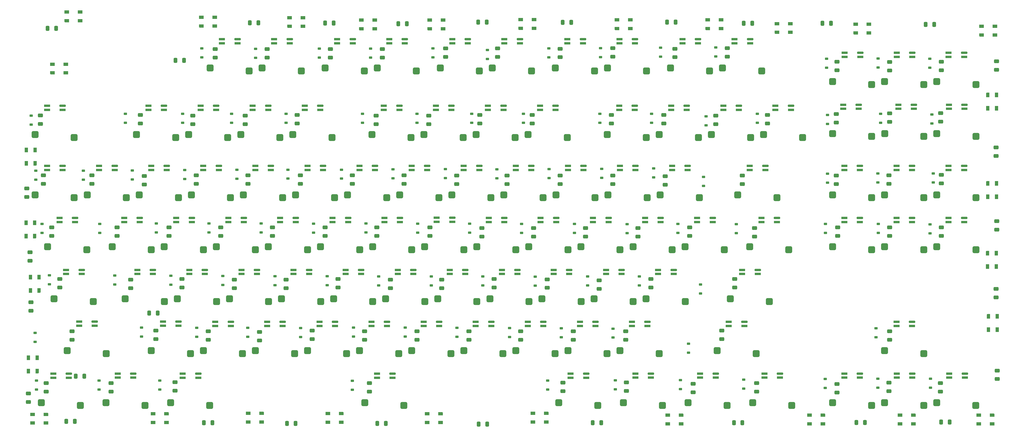
<source format=gbr>
%TF.GenerationSoftware,KiCad,Pcbnew,8.0.2-8.0.2-0~ubuntu22.04.1*%
%TF.CreationDate,2024-05-19T18:59:24-07:00*%
%TF.ProjectId,100kbd,3130306b-6264-42e6-9b69-6361645f7063,rev?*%
%TF.SameCoordinates,Original*%
%TF.FileFunction,Paste,Bot*%
%TF.FilePolarity,Positive*%
%FSLAX46Y46*%
G04 Gerber Fmt 4.6, Leading zero omitted, Abs format (unit mm)*
G04 Created by KiCad (PCBNEW 8.0.2-8.0.2-0~ubuntu22.04.1) date 2024-05-19 18:59:24*
%MOMM*%
%LPD*%
G01*
G04 APERTURE LIST*
G04 Aperture macros list*
%AMRoundRect*
0 Rectangle with rounded corners*
0 $1 Rounding radius*
0 $2 $3 $4 $5 $6 $7 $8 $9 X,Y pos of 4 corners*
0 Add a 4 corners polygon primitive as box body*
4,1,4,$2,$3,$4,$5,$6,$7,$8,$9,$2,$3,0*
0 Add four circle primitives for the rounded corners*
1,1,$1+$1,$2,$3*
1,1,$1+$1,$4,$5*
1,1,$1+$1,$6,$7*
1,1,$1+$1,$8,$9*
0 Add four rect primitives between the rounded corners*
20,1,$1+$1,$2,$3,$4,$5,0*
20,1,$1+$1,$4,$5,$6,$7,0*
20,1,$1+$1,$6,$7,$8,$9,0*
20,1,$1+$1,$8,$9,$2,$3,0*%
%AMOutline5P*
0 Free polygon, 5 corners , with rotation*
0 The origin of the aperture is its center*
0 number of corners: always 5*
0 $1 to $10 corner X, Y*
0 $11 Rotation angle, in degrees counterclockwise*
0 create outline with 5 corners*
4,1,5,$1,$2,$3,$4,$5,$6,$7,$8,$9,$10,$1,$2,$11*%
%AMOutline6P*
0 Free polygon, 6 corners , with rotation*
0 The origin of the aperture is its center*
0 number of corners: always 6*
0 $1 to $12 corner X, Y*
0 $13 Rotation angle, in degrees counterclockwise*
0 create outline with 6 corners*
4,1,6,$1,$2,$3,$4,$5,$6,$7,$8,$9,$10,$11,$12,$1,$2,$13*%
%AMOutline7P*
0 Free polygon, 7 corners , with rotation*
0 The origin of the aperture is its center*
0 number of corners: always 7*
0 $1 to $14 corner X, Y*
0 $15 Rotation angle, in degrees counterclockwise*
0 create outline with 7 corners*
4,1,7,$1,$2,$3,$4,$5,$6,$7,$8,$9,$10,$11,$12,$13,$14,$1,$2,$15*%
%AMOutline8P*
0 Free polygon, 8 corners , with rotation*
0 The origin of the aperture is its center*
0 number of corners: always 8*
0 $1 to $16 corner X, Y*
0 $17 Rotation angle, in degrees counterclockwise*
0 create outline with 8 corners*
4,1,8,$1,$2,$3,$4,$5,$6,$7,$8,$9,$10,$11,$12,$13,$14,$15,$16,$1,$2,$17*%
G04 Aperture macros list end*
%ADD10RoundRect,0.500000X-0.750000X-0.775000X0.750000X-0.775000X0.750000X0.775000X-0.750000X0.775000X0*%
%ADD11R,1.700000X1.200000*%
%ADD12Outline5P,-0.850000X0.600000X0.850000X0.600000X0.850000X-0.600000X-0.610000X-0.600000X-0.850000X-0.360000X0.000000*%
%ADD13Outline5P,-0.850000X0.600000X0.850000X0.600000X0.850000X-0.600000X-0.610000X-0.600000X-0.850000X-0.360000X180.000000*%
%ADD14R,2.300000X0.820000*%
%ADD15RoundRect,0.205000X-0.945000X-0.205000X0.945000X-0.205000X0.945000X0.205000X-0.945000X0.205000X0*%
%ADD16RoundRect,0.250000X-0.650000X0.412500X-0.650000X-0.412500X0.650000X-0.412500X0.650000X0.412500X0*%
%ADD17RoundRect,0.225000X0.375000X-0.225000X0.375000X0.225000X-0.375000X0.225000X-0.375000X-0.225000X0*%
%ADD18R,1.200000X1.700000*%
%ADD19Outline5P,-0.850000X0.600000X0.850000X0.600000X0.850000X-0.600000X-0.610000X-0.600000X-0.850000X-0.360000X90.000000*%
%ADD20RoundRect,0.250000X-0.412500X-0.650000X0.412500X-0.650000X0.412500X0.650000X-0.412500X0.650000X0*%
%ADD21RoundRect,0.250000X0.412500X0.650000X-0.412500X0.650000X-0.412500X-0.650000X0.412500X-0.650000X0*%
%ADD22RoundRect,0.250000X0.650000X-0.412500X0.650000X0.412500X-0.650000X0.412500X-0.650000X-0.412500X0*%
%ADD23Outline5P,-0.850000X0.600000X0.850000X0.600000X0.850000X-0.600000X-0.610000X-0.600000X-0.850000X-0.360000X270.000000*%
G04 APERTURE END LIST*
D10*
%TO.C,SW53*%
X-8345000Y300800000D03*
X-8345000Y300800000D03*
X-8345000Y300800000D03*
X6005000Y299750000D03*
X6005000Y299750000D03*
X6005000Y299750000D03*
%TD*%
%TO.C,SW38*%
X-81475000Y399300000D03*
X-81475000Y399300000D03*
X-67125000Y398250000D03*
X-67125000Y398250000D03*
%TD*%
%TO.C,SW17*%
X4825000Y399300000D03*
X4825000Y399300000D03*
X19175000Y398250000D03*
X19175000Y398250000D03*
%TD*%
%TO.C,SW56*%
X-15000Y339000000D03*
X-15000Y339000000D03*
X14335000Y337950000D03*
X14335000Y337950000D03*
%TD*%
%TO.C,SW22*%
X-152815000Y339000000D03*
X-152815000Y339000000D03*
X-138465000Y337950000D03*
X-138465000Y337950000D03*
%TD*%
%TO.C,SW74*%
X-81219000Y358100000D03*
X-81219000Y358100000D03*
X-66869000Y357050000D03*
X-66869000Y357050000D03*
%TD*%
%TO.C,SW10*%
X106555000Y377200000D03*
X106555000Y377200000D03*
X120905000Y376150000D03*
X120905000Y376150000D03*
%TD*%
%TO.C,SW44*%
X-66875000Y319900000D03*
X-66875000Y319900000D03*
X-52525000Y318850000D03*
X-52525000Y318850000D03*
%TD*%
%TO.C,SW21*%
X-217095000Y339000000D03*
X-217095000Y339000000D03*
X-217095000Y339000000D03*
X-202745000Y337950000D03*
X-202745000Y337950000D03*
X-202745000Y337950000D03*
%TD*%
%TO.C,SW66*%
X-23919000Y358100000D03*
X-23919000Y358100000D03*
X-9569000Y357050000D03*
X-9569000Y357050000D03*
%TD*%
%TO.C,SW90*%
X106555000Y418800000D03*
X106555000Y418800000D03*
X120905000Y417750000D03*
X120905000Y417750000D03*
%TD*%
%TO.C,SW76*%
X-4819000Y358100000D03*
X-4819000Y358100000D03*
X9531000Y357050000D03*
X9531000Y357050000D03*
%TD*%
%TO.C,SW28*%
X-100575000Y399300000D03*
X-100575000Y399300000D03*
X-86225000Y398250000D03*
X-86225000Y398250000D03*
%TD*%
%TO.C,SW41*%
X-221800000Y300800000D03*
X-221800000Y300800000D03*
X-221800000Y300800000D03*
X-207450000Y299750000D03*
X-207450000Y299750000D03*
X-207450000Y299750000D03*
%TD*%
%TO.C,SW27*%
X43025000Y399300000D03*
X43025000Y399300000D03*
X57375000Y398250000D03*
X57375000Y398250000D03*
%TD*%
%TO.C,SW87*%
X5125000Y377200000D03*
X5125000Y377200000D03*
X19475000Y376150000D03*
X19475000Y376150000D03*
%TD*%
%TO.C,SW94*%
X-90375000Y377200000D03*
X-90375000Y377200000D03*
X-76025000Y376150000D03*
X-76025000Y376150000D03*
%TD*%
%TO.C,SW6*%
X106540000Y300800000D03*
X106540000Y300800000D03*
X120890000Y299750000D03*
X120890000Y299750000D03*
%TD*%
%TO.C,SW26*%
X-9575000Y319900000D03*
X-9575000Y319900000D03*
X4775000Y318850000D03*
X4775000Y318850000D03*
%TD*%
%TO.C,SW15*%
X87445000Y300800000D03*
X87445000Y300800000D03*
X101795000Y299750000D03*
X101795000Y299750000D03*
%TD*%
%TO.C,SW83*%
X-119419000Y358100000D03*
X-119419000Y358100000D03*
X-105069000Y357050000D03*
X-105069000Y357050000D03*
%TD*%
%TO.C,SW40*%
X87460000Y399700000D03*
X87460000Y399700000D03*
X101810000Y398650000D03*
X101810000Y398650000D03*
%TD*%
%TO.C,SW52*%
X-185875000Y377200000D03*
X-185875000Y377200000D03*
X-171525000Y376150000D03*
X-171525000Y376150000D03*
%TD*%
%TO.C,SW85*%
X-71275000Y377200000D03*
X-71275000Y377200000D03*
X-56925000Y376150000D03*
X-56925000Y376150000D03*
%TD*%
%TO.C,SW36*%
X26005000Y319900000D03*
X26005000Y319900000D03*
X26005000Y319900000D03*
X40355000Y318850000D03*
X40355000Y318850000D03*
X40355000Y318850000D03*
%TD*%
%TO.C,SW12*%
X-143275000Y319900000D03*
X-143275000Y319900000D03*
X-128925000Y318850000D03*
X-128925000Y318850000D03*
%TD*%
%TO.C,SW100*%
X106565000Y399700000D03*
X106565000Y399700000D03*
X120915000Y398650000D03*
X120915000Y398650000D03*
%TD*%
%TO.C,SW25*%
X-47775000Y319900000D03*
X-47775000Y319900000D03*
X-33425000Y318850000D03*
X-33425000Y318850000D03*
%TD*%
%TO.C,SW19*%
X-140825000Y423800000D03*
X-140825000Y423800000D03*
X-126475000Y422750000D03*
X-126475000Y422750000D03*
%TD*%
%TO.C,SW70*%
X68345000Y377200000D03*
X68345000Y377200000D03*
X82695000Y376150000D03*
X82695000Y376150000D03*
%TD*%
%TO.C,SW63*%
X-105075000Y319900000D03*
X-105075000Y319900000D03*
X-90725000Y318850000D03*
X-90725000Y318850000D03*
%TD*%
%TO.C,SW3*%
X-32050000Y300800000D03*
X-32050000Y300800000D03*
X-32050000Y300800000D03*
X-17700000Y299750000D03*
X-17700000Y299750000D03*
X-17700000Y299750000D03*
%TD*%
%TO.C,SW93*%
X-128575000Y377200000D03*
X-128575000Y377200000D03*
X-114225000Y376150000D03*
X-114225000Y376150000D03*
%TD*%
%TO.C,SW29*%
X8895000Y423800000D03*
X8895000Y423800000D03*
X23245000Y422750000D03*
X23245000Y422750000D03*
%TD*%
%TO.C,SW95*%
X-52175000Y377200000D03*
X-52175000Y377200000D03*
X-37825000Y376150000D03*
X-37825000Y376150000D03*
%TD*%
%TO.C,SW49*%
X-33310518Y423800000D03*
X-33310518Y423800000D03*
X-18960518Y422750000D03*
X-18960518Y422750000D03*
%TD*%
%TO.C,SW71*%
X-198095000Y300800000D03*
X-198095000Y300800000D03*
X-198095000Y300800000D03*
X-183745000Y299750000D03*
X-183745000Y299750000D03*
X-183745000Y299750000D03*
%TD*%
%TO.C,SW14*%
X-85975000Y319900000D03*
X-85975000Y319900000D03*
X-71625000Y318850000D03*
X-71625000Y318850000D03*
%TD*%
%TO.C,SW84*%
X-109475000Y377200000D03*
X-109475000Y377200000D03*
X-95125000Y376150000D03*
X-95125000Y376150000D03*
%TD*%
%TO.C,SW45*%
X-57315000Y339000000D03*
X-57315000Y339000000D03*
X-42965000Y337950000D03*
X-42965000Y337950000D03*
%TD*%
%TO.C,SW42*%
X-166775000Y377200000D03*
X-166775000Y377200000D03*
X-152425000Y376150000D03*
X-152425000Y376150000D03*
%TD*%
%TO.C,SW72*%
X-171915000Y339000000D03*
X-171915000Y339000000D03*
X-157565000Y337950000D03*
X-157565000Y337950000D03*
%TD*%
%TO.C,SW24*%
X-95515000Y339000000D03*
X-95515000Y339000000D03*
X-81165000Y337950000D03*
X-81165000Y337950000D03*
%TD*%
%TO.C,SW20*%
X106555000Y358100000D03*
X106555000Y358100000D03*
X120905000Y357050000D03*
X120905000Y357050000D03*
%TD*%
%TO.C,SW13*%
X-124175000Y319900000D03*
X-124175000Y319900000D03*
X-109825000Y318850000D03*
X-109825000Y318850000D03*
%TD*%
%TO.C,SW55*%
X-38215000Y339000000D03*
X-38215000Y339000000D03*
X-23865000Y337950000D03*
X-23865000Y337950000D03*
%TD*%
%TO.C,SW98*%
X-129575000Y399300000D03*
X-129575000Y399300000D03*
X-115225000Y398250000D03*
X-115225000Y398250000D03*
%TD*%
%TO.C,SW39*%
X27995000Y423800000D03*
X27995000Y423800000D03*
X42345000Y422750000D03*
X42345000Y422750000D03*
%TD*%
%TO.C,SW11*%
X-219497000Y358100000D03*
X-219497000Y358100000D03*
X-219497000Y358100000D03*
X-205147000Y357050000D03*
X-205147000Y357050000D03*
X-205147000Y357050000D03*
%TD*%
%TO.C,SW31*%
X-212325000Y319900000D03*
X-212325000Y319900000D03*
X-212325000Y319900000D03*
X-197975000Y318850000D03*
X-197975000Y318850000D03*
X-197975000Y318850000D03*
%TD*%
%TO.C,SW73*%
X-114615000Y339000000D03*
X-114615000Y339000000D03*
X-100265000Y337950000D03*
X-100265000Y337950000D03*
%TD*%
%TO.C,SW35*%
X-28675000Y319900000D03*
X-28675000Y319900000D03*
X-14325000Y318850000D03*
X-14325000Y318850000D03*
%TD*%
%TO.C,SW62*%
X-176719000Y358100000D03*
X-176719000Y358100000D03*
X-162369000Y357050000D03*
X-162369000Y357050000D03*
%TD*%
%TO.C,SW79*%
X-56415000Y423800000D03*
X-56415000Y423800000D03*
X-42065000Y422750000D03*
X-42065000Y422750000D03*
%TD*%
%TO.C,SW60*%
X87450000Y358100000D03*
X87450000Y358100000D03*
X101800000Y357050000D03*
X101800000Y357050000D03*
%TD*%
%TO.C,SW91*%
X-191015000Y339000000D03*
X-191015000Y339000000D03*
X-176665000Y337950000D03*
X-176665000Y337950000D03*
%TD*%
%TO.C,SW68*%
X-186875000Y399300000D03*
X-186875000Y399300000D03*
X-172525000Y398250000D03*
X-172525000Y398250000D03*
%TD*%
%TO.C,SW61*%
X-204975000Y377200000D03*
X-204975000Y377200000D03*
X-190625000Y376150000D03*
X-190625000Y376150000D03*
%TD*%
%TO.C,SW67*%
X14281000Y358100000D03*
X14281000Y358100000D03*
X28631000Y357050000D03*
X28631000Y357050000D03*
%TD*%
%TO.C,SW75*%
X-43019000Y358100000D03*
X-43019000Y358100000D03*
X-28669000Y357050000D03*
X-28669000Y357050000D03*
%TD*%
%TO.C,SW96*%
X-13975000Y377200000D03*
X-13975000Y377200000D03*
X375000Y376150000D03*
X375000Y376150000D03*
%TD*%
%TO.C,SW80*%
X87450000Y377200000D03*
X87450000Y377200000D03*
X101800000Y376150000D03*
X101800000Y376150000D03*
%TD*%
%TO.C,SW89*%
X-117715000Y423800000D03*
X-117715000Y423800000D03*
X-103365000Y422750000D03*
X-103365000Y422750000D03*
%TD*%
%TO.C,SW92*%
X-174390000Y300800000D03*
X-174390000Y300800000D03*
X-174390000Y300800000D03*
X-160040000Y299750000D03*
X-160040000Y299750000D03*
X-160040000Y299750000D03*
%TD*%
%TO.C,SW59*%
X-14210518Y423800000D03*
X-14210518Y423800000D03*
X139482Y422750000D03*
X139482Y422750000D03*
%TD*%
%TO.C,SW58*%
X-43275000Y399300000D03*
X-43275000Y399300000D03*
X-28925000Y398250000D03*
X-28925000Y398250000D03*
%TD*%
%TO.C,SW50*%
X68345000Y358100000D03*
X68345000Y358100000D03*
X82695000Y357050000D03*
X82695000Y357050000D03*
%TD*%
%TO.C,SW43*%
X-147675000Y377200000D03*
X-147675000Y377200000D03*
X-133325000Y376150000D03*
X-133325000Y376150000D03*
%TD*%
%TO.C,SW51*%
X-195819000Y358100000D03*
X-195819000Y358100000D03*
X-181469000Y357050000D03*
X-181469000Y357050000D03*
%TD*%
%TO.C,SW82*%
X-162375000Y319900000D03*
X-162375000Y319900000D03*
X-148025000Y318850000D03*
X-148025000Y318850000D03*
%TD*%
%TO.C,SW57*%
X23925000Y399300000D03*
X23925000Y399300000D03*
X38275000Y398250000D03*
X38275000Y398250000D03*
%TD*%
%TO.C,SW86*%
X-33075000Y377200000D03*
X-33075000Y377200000D03*
X-18725000Y376150000D03*
X-18725000Y376150000D03*
%TD*%
%TO.C,SW18*%
X-14275000Y399300000D03*
X-14275000Y399300000D03*
X75000Y398250000D03*
X75000Y398250000D03*
%TD*%
%TO.C,SW47*%
X30835000Y339000000D03*
X30835000Y339000000D03*
X30835000Y339000000D03*
X45185000Y337950000D03*
X45185000Y337950000D03*
X45185000Y337950000D03*
%TD*%
%TO.C,SW99*%
X-98615000Y423800000D03*
X-98615000Y423800000D03*
X-84265000Y422750000D03*
X-84265000Y422750000D03*
%TD*%
%TO.C,SW88*%
X-148675000Y399300000D03*
X-148675000Y399300000D03*
X-134325000Y398250000D03*
X-134325000Y398250000D03*
%TD*%
%TO.C,SW5*%
X68345000Y300800000D03*
X68345000Y300800000D03*
X82695000Y299750000D03*
X82695000Y299750000D03*
%TD*%
%TO.C,SW34*%
X39065000Y300800000D03*
X39065000Y300800000D03*
X39065000Y300800000D03*
X53415000Y299750000D03*
X53415000Y299750000D03*
X53415000Y299750000D03*
%TD*%
%TO.C,SW78*%
X-167775000Y399300000D03*
X-167775000Y399300000D03*
X-153425000Y398250000D03*
X-153425000Y398250000D03*
%TD*%
%TO.C,SW1*%
X-224075000Y377200000D03*
X-224075000Y377200000D03*
X-209725000Y376150000D03*
X-209725000Y376150000D03*
%TD*%
%TO.C,SW48*%
X-62375000Y399300000D03*
X-62375000Y399300000D03*
X-48025000Y398250000D03*
X-48025000Y398250000D03*
%TD*%
%TO.C,SW9*%
X-159925000Y423800000D03*
X-159925000Y423800000D03*
X-145575000Y422750000D03*
X-145575000Y422750000D03*
%TD*%
%TO.C,SW7*%
X87455000Y418800000D03*
X87455000Y418800000D03*
X101805000Y417750000D03*
X101805000Y417750000D03*
%TD*%
%TO.C,SW8*%
X-224075000Y399300000D03*
X-224075000Y399300000D03*
X-209725000Y398250000D03*
X-209725000Y398250000D03*
%TD*%
%TO.C,SW16*%
X87445000Y319900000D03*
X87445000Y319900000D03*
X101795000Y318850000D03*
X101795000Y318850000D03*
%TD*%
%TO.C,SW65*%
X-62119000Y358100000D03*
X-62119000Y358100000D03*
X-47769000Y357050000D03*
X-47769000Y357050000D03*
%TD*%
%TO.C,SW97*%
X33595000Y377200001D03*
X33595000Y377200001D03*
X33595000Y377200000D03*
X47945000Y376150001D03*
X47945000Y376150001D03*
X47945000Y376150000D03*
%TD*%
%TO.C,SW37*%
X68355000Y418800000D03*
X68355000Y418800000D03*
X82705000Y417750000D03*
X82705000Y417750000D03*
%TD*%
%TO.C,SW23*%
X-133715000Y339000000D03*
X-133715000Y339000000D03*
X-119365000Y337950000D03*
X-119365000Y337950000D03*
%TD*%
%TO.C,SW33*%
X-138519000Y358100000D03*
X-138519000Y358100000D03*
X-124169000Y357050000D03*
X-124169000Y357050000D03*
%TD*%
%TO.C,SW64*%
X-100319000Y358100000D03*
X-100319000Y358100000D03*
X-85969000Y357050000D03*
X-85969000Y357050000D03*
%TD*%
%TO.C,SW81*%
X-181475000Y319900000D03*
X-181475000Y319900000D03*
X-167125000Y318850000D03*
X-167125000Y318850000D03*
%TD*%
%TO.C,SW54*%
X-76415000Y339000000D03*
X-76415000Y339000000D03*
X-62065000Y337950000D03*
X-62065000Y337950000D03*
%TD*%
%TO.C,SW46*%
X-19115000Y339000000D03*
X-19115000Y339000000D03*
X-4765000Y337950000D03*
X-4765000Y337950000D03*
%TD*%
%TO.C,SW4*%
X15360000Y300800000D03*
X15360000Y300800000D03*
X15360000Y300800000D03*
X29710000Y299750000D03*
X29710000Y299750000D03*
X29710000Y299750000D03*
%TD*%
%TO.C,SW69*%
X-75510518Y423800000D03*
X-75510518Y423800000D03*
X-61160518Y422750000D03*
X-61160518Y422750000D03*
%TD*%
%TO.C,SW77*%
X37959000Y358100000D03*
X37959000Y358100000D03*
X37959000Y358100000D03*
X52309000Y357050000D03*
X52309000Y357050000D03*
X52309000Y357050000D03*
%TD*%
%TO.C,SW32*%
X-157619000Y358100000D03*
X-157619000Y358100000D03*
X-143269000Y357050000D03*
X-143269000Y357050000D03*
%TD*%
%TO.C,SW30*%
X68355000Y399700000D03*
X68355000Y399700000D03*
X82705000Y398650000D03*
X82705000Y398650000D03*
%TD*%
D11*
%TO.C,D224*%
X-5800000Y441500000D03*
X-5800000Y438300000D03*
D12*
X-10700000Y438300000D03*
D11*
X-10700000Y441500000D03*
%TD*%
%TO.C,D215*%
X122000000Y293000000D03*
X122000000Y296200000D03*
D13*
X126900000Y296200000D03*
D11*
X126900000Y293000000D03*
%TD*%
D14*
%TO.C,D143*%
X-115000000Y367200000D03*
X-115000000Y368700000D03*
D15*
X-109300000Y368700000D03*
D14*
X-109300000Y367200000D03*
%TD*%
%TO.C,D104*%
X43400000Y310000000D03*
X43400000Y311500000D03*
D15*
X49100000Y311500000D03*
D14*
X49100000Y310000000D03*
%TD*%
D16*
%TO.C,C87*%
X-139000000Y430750000D03*
X-139000000Y427625000D03*
%TD*%
%TO.C,C110*%
X-225600000Y337725000D03*
X-225600000Y334600000D03*
%TD*%
%TO.C,C58*%
X35250000Y384250000D03*
X35250000Y381125000D03*
%TD*%
%TO.C,C42*%
X-22250000Y365000000D03*
X-22250000Y361875000D03*
%TD*%
D17*
%TO.C,D18*%
X-17000000Y403700000D03*
X-17000000Y407000000D03*
%TD*%
%TO.C,D63*%
X-107290000Y325110000D03*
X-107290000Y328410000D03*
%TD*%
D14*
%TO.C,D183*%
X-125200000Y408400000D03*
X-125200000Y409900000D03*
D15*
X-119500000Y409900000D03*
D14*
X-119500000Y408400000D03*
%TD*%
D16*
%TO.C,C28*%
X108250000Y365250000D03*
X108250000Y362125000D03*
%TD*%
%TO.C,C9*%
X-65000000Y327000000D03*
X-65000000Y323875000D03*
%TD*%
D17*
%TO.C,D81*%
X-185050000Y325070000D03*
X-185050000Y328370000D03*
%TD*%
D14*
%TO.C,D147*%
X-38700000Y367200000D03*
X-38700000Y368700000D03*
D15*
X-33000000Y368700000D03*
D14*
X-33000000Y367200000D03*
%TD*%
D18*
%TO.C,D202*%
X-227300000Y393700000D03*
X-224100000Y393700000D03*
D19*
X-224100000Y388800000D03*
D18*
X-227300000Y388800000D03*
%TD*%
D16*
%TO.C,C60*%
X89000000Y384375000D03*
X89000000Y381250000D03*
%TD*%
D17*
%TO.C,D23*%
X-136090000Y343990000D03*
X-136090000Y347290000D03*
%TD*%
%TO.C,D64*%
X-102740000Y363360000D03*
X-102740000Y366660000D03*
%TD*%
D20*
%TO.C,C101*%
X-61400000Y292900000D03*
X-58275000Y292900000D03*
%TD*%
D16*
%TO.C,C29*%
X89250000Y365250000D03*
X89250000Y362125000D03*
%TD*%
%TO.C,C67*%
X-99000000Y406250000D03*
X-99000000Y403125000D03*
%TD*%
D14*
%TO.C,D161*%
X-28700000Y386300000D03*
X-28700000Y387800000D03*
D15*
X-23000000Y387800000D03*
D14*
X-23000000Y386300000D03*
%TD*%
D17*
%TO.C,D17*%
X2000000Y403700000D03*
X2000000Y407000000D03*
%TD*%
D16*
%TO.C,C88*%
X-158000000Y430750000D03*
X-158000000Y427625000D03*
%TD*%
D14*
%TO.C,D135*%
X-167500000Y348100000D03*
X-167500000Y349600000D03*
D15*
X-161800000Y349600000D03*
D14*
X-161800000Y348100000D03*
%TD*%
D18*
%TO.C,D203*%
X-227400000Y366900000D03*
X-224200000Y366900000D03*
D19*
X-224200000Y362000000D03*
D18*
X-227400000Y362000000D03*
%TD*%
D14*
%TO.C,D171*%
X-219700000Y386300000D03*
X-219700000Y387800000D03*
D15*
X-214000000Y387800000D03*
D14*
X-214000000Y386300000D03*
%TD*%
%TO.C,D103*%
X72650000Y310000000D03*
X72650000Y311500000D03*
D15*
X78350000Y311500000D03*
D14*
X78350000Y310000000D03*
%TD*%
%TO.C,D118*%
X-81600000Y329000000D03*
X-81600000Y330500000D03*
D15*
X-75900000Y330500000D03*
D14*
X-75900000Y329000000D03*
%TD*%
D17*
%TO.C,D90*%
X103980000Y423890000D03*
X103980000Y427190000D03*
%TD*%
D14*
%TO.C,D127*%
X-14700000Y348100000D03*
X-14700000Y349600000D03*
D15*
X-9000000Y349600000D03*
D14*
X-9000000Y348100000D03*
%TD*%
D21*
%TO.C,C96*%
X38900000Y440200000D03*
X35775000Y440200000D03*
%TD*%
D17*
%TO.C,D62*%
X-179590000Y363340000D03*
X-179590000Y366640000D03*
%TD*%
D14*
%TO.C,D121*%
X-24300000Y329000000D03*
X-24300000Y330500000D03*
D15*
X-18600000Y330500000D03*
D14*
X-18600000Y329000000D03*
%TD*%
D17*
%TO.C,D8*%
X-225500000Y402950000D03*
X-225500000Y406250000D03*
%TD*%
%TO.C,D28*%
X-104000000Y403700000D03*
X-104000000Y407000000D03*
%TD*%
D16*
%TO.C,C19*%
X-132000000Y346000000D03*
X-132000000Y342875000D03*
%TD*%
%TO.C,C76*%
X89250000Y407125000D03*
X89250000Y404000000D03*
%TD*%
D14*
%TO.C,D156*%
X91800000Y386300000D03*
X91800000Y387800000D03*
D15*
X97500000Y387800000D03*
D14*
X97500000Y386300000D03*
%TD*%
%TO.C,D117*%
X-100700000Y329000000D03*
X-100700000Y330500000D03*
D15*
X-95000000Y330500000D03*
D14*
X-95000000Y329000000D03*
%TD*%
D17*
%TO.C,D7*%
X85030000Y423990000D03*
X85030000Y427290000D03*
%TD*%
D16*
%TO.C,C105*%
X-179750000Y327250000D03*
X-179750000Y324125000D03*
%TD*%
%TO.C,C61*%
X108250000Y384500000D03*
X108250000Y381375000D03*
%TD*%
%TO.C,C75*%
X69750000Y406875000D03*
X69750000Y403750000D03*
%TD*%
%TO.C,C21*%
X-93750000Y346000000D03*
X-93750000Y342875000D03*
%TD*%
%TO.C,C59*%
X69750000Y384250000D03*
X69750000Y381125000D03*
%TD*%
D17*
%TO.C,D46*%
X-21470000Y343850000D03*
X-21470000Y347150000D03*
%TD*%
D14*
%TO.C,D150*%
X18700000Y367200000D03*
X18700000Y368700000D03*
D15*
X24400000Y368700000D03*
D14*
X24400000Y367200000D03*
%TD*%
D16*
%TO.C,C31*%
X-221000000Y384375000D03*
X-221000000Y381250000D03*
%TD*%
D14*
%TO.C,D158*%
X38000000Y386300000D03*
X38000000Y387800000D03*
D15*
X43700000Y387800000D03*
D14*
X43700000Y386300000D03*
%TD*%
D17*
%TO.C,D32*%
X-160300000Y363380000D03*
X-160300000Y366680000D03*
%TD*%
D16*
%TO.C,C43*%
X-3000000Y365000000D03*
X-3000000Y361875000D03*
%TD*%
%TO.C,C82*%
X-31500000Y430875000D03*
X-31500000Y427750000D03*
%TD*%
D17*
%TO.C,D75*%
X-45700000Y363220000D03*
X-45700000Y366520000D03*
%TD*%
D16*
%TO.C,C109*%
X-226500000Y304200000D03*
X-226500000Y301075000D03*
%TD*%
%TO.C,C57*%
X7000000Y384000000D03*
X7000000Y380875000D03*
%TD*%
D11*
%TO.C,D221*%
X81700000Y439900000D03*
X81700000Y436700000D03*
D12*
X76800000Y436700000D03*
D11*
X76800000Y439900000D03*
%TD*%
D16*
%TO.C,C106*%
X-141750000Y326750000D03*
X-141750000Y323625000D03*
%TD*%
D17*
%TO.C,D84*%
X-111690000Y383130000D03*
X-111690000Y386430000D03*
%TD*%
D22*
%TO.C,C114*%
X128500000Y423175000D03*
X128500000Y426300000D03*
%TD*%
D14*
%TO.C,D125*%
X35200000Y348100000D03*
X35200000Y349600000D03*
D15*
X40900000Y349600000D03*
D14*
X40900000Y348100000D03*
%TD*%
D11*
%TO.C,D222*%
X52900000Y440100000D03*
X52900000Y436900000D03*
D12*
X48000000Y436900000D03*
D11*
X48000000Y440100000D03*
%TD*%
D14*
%TO.C,D184*%
X-144300000Y408400000D03*
X-144300000Y409900000D03*
D15*
X-138600000Y409900000D03*
D14*
X-138600000Y408400000D03*
%TD*%
%TO.C,D149*%
X-400000Y367200000D03*
X-400000Y368700000D03*
D15*
X5300000Y368700000D03*
D14*
X5300000Y367200000D03*
%TD*%
D17*
%TO.C,D34*%
X35750000Y305920000D03*
X35750000Y309220000D03*
%TD*%
D16*
%TO.C,C30*%
X70250000Y365250000D03*
X70250000Y362125000D03*
%TD*%
D17*
%TO.C,D55*%
X-40700000Y343770000D03*
X-40700000Y347070000D03*
%TD*%
D16*
%TO.C,C15*%
X-215000000Y346250000D03*
X-215000000Y343125000D03*
%TD*%
%TO.C,C12*%
X-7500000Y327000000D03*
X-7500000Y323875000D03*
%TD*%
%TO.C,C90*%
X-227100000Y379525000D03*
X-227100000Y376400000D03*
%TD*%
%TO.C,C85*%
X-96750000Y430750000D03*
X-96750000Y427625000D03*
%TD*%
D14*
%TO.C,D113*%
X-177200000Y329100000D03*
X-177200000Y330600000D03*
D15*
X-171500000Y330600000D03*
D14*
X-171500000Y329100000D03*
%TD*%
%TO.C,D163*%
X-66900000Y386300000D03*
X-66900000Y387800000D03*
D15*
X-61200000Y387800000D03*
D14*
X-61200000Y386300000D03*
%TD*%
D20*
%TO.C,C99*%
X77075000Y293500000D03*
X80200000Y293500000D03*
%TD*%
D14*
%TO.C,D170*%
X-200600000Y386300000D03*
X-200600000Y387800000D03*
D15*
X-194900000Y387800000D03*
D14*
X-194900000Y386300000D03*
%TD*%
D17*
%TO.C,D79*%
X-58200000Y427100000D03*
X-58200000Y430400000D03*
%TD*%
%TO.C,D12*%
X-146080000Y325030000D03*
X-146080000Y328330000D03*
%TD*%
D22*
%TO.C,C113*%
X128300000Y391500000D03*
X128300000Y394625000D03*
%TD*%
D18*
%TO.C,D204*%
X-225800000Y346900000D03*
X-222600000Y346900000D03*
D19*
X-222600000Y342000000D03*
D18*
X-225800000Y342000000D03*
%TD*%
D16*
%TO.C,C17*%
X-170250000Y346250000D03*
X-170250000Y343125000D03*
%TD*%
D14*
%TO.C,D192*%
X13320000Y432900000D03*
X13320000Y434400000D03*
D15*
X19020000Y434400000D03*
D14*
X19020000Y432900000D03*
%TD*%
D11*
%TO.C,D230*%
X-207600000Y444400000D03*
X-207600000Y441200000D03*
D12*
X-212500000Y441200000D03*
D11*
X-212500000Y444400000D03*
%TD*%
D17*
%TO.C,D26*%
X-12170000Y324710000D03*
X-12170000Y328010000D03*
%TD*%
D11*
%TO.C,D201*%
X-212800000Y425200000D03*
X-212800000Y422000000D03*
D12*
X-217700000Y422000000D03*
D11*
X-217700000Y425200000D03*
%TD*%
D17*
%TO.C,D61*%
X-206400000Y382740000D03*
X-206400000Y386040000D03*
%TD*%
D14*
%TO.C,D136*%
X-186600000Y348100000D03*
X-186600000Y349600000D03*
D15*
X-180900000Y349600000D03*
D14*
X-180900000Y348100000D03*
%TD*%
D11*
%TO.C,D227*%
X-99500000Y441400000D03*
X-99500000Y438200000D03*
D12*
X-104400000Y438200000D03*
D11*
X-104400000Y441400000D03*
%TD*%
D14*
%TO.C,D132*%
X-110200000Y348100000D03*
X-110200000Y349600000D03*
D15*
X-104500000Y349600000D03*
D14*
X-104500000Y348100000D03*
%TD*%
%TO.C,D177*%
X9200000Y408400000D03*
X9200000Y409900000D03*
D15*
X14900000Y409900000D03*
D14*
X14900000Y408400000D03*
%TD*%
D16*
%TO.C,C22*%
X-75000000Y346000000D03*
X-75000000Y342875000D03*
%TD*%
%TO.C,C81*%
X10500000Y430875000D03*
X10500000Y427750000D03*
%TD*%
D14*
%TO.C,D126*%
X4400000Y348100000D03*
X4400000Y349600000D03*
D15*
X10100000Y349600000D03*
D14*
X10100000Y348100000D03*
%TD*%
D17*
%TO.C,D80*%
X85000000Y381700000D03*
X85000000Y385000000D03*
%TD*%
D14*
%TO.C,D144*%
X-96000000Y367200000D03*
X-96000000Y368700000D03*
D15*
X-90300000Y368700000D03*
D14*
X-90300000Y367200000D03*
%TD*%
%TO.C,D129*%
X-52900000Y348100000D03*
X-52900000Y349600000D03*
D15*
X-47200000Y349600000D03*
D14*
X-47200000Y348100000D03*
%TD*%
D17*
%TO.C,D65*%
X-64690000Y363270000D03*
X-64690000Y366570000D03*
%TD*%
D16*
%TO.C,C26*%
X1750000Y346250000D03*
X1750000Y343125000D03*
%TD*%
%TO.C,C125*%
X-101500000Y308000000D03*
X-101500000Y304875000D03*
%TD*%
D14*
%TO.C,D131*%
X-91100000Y348100000D03*
X-91100000Y349600000D03*
D15*
X-85400000Y349600000D03*
D14*
X-85400000Y348100000D03*
%TD*%
D17*
%TO.C,D36*%
X15500000Y319200000D03*
X15500000Y322500000D03*
%TD*%
D16*
%TO.C,C70*%
X-41750000Y406500000D03*
X-41750000Y403375000D03*
%TD*%
%TO.C,C7*%
X-103250000Y327000000D03*
X-103250000Y323875000D03*
%TD*%
%TO.C,C71*%
X-12750000Y406500000D03*
X-12750000Y403375000D03*
%TD*%
D17*
%TO.C,D40*%
X85990000Y403630000D03*
X85990000Y406930000D03*
%TD*%
%TO.C,D19*%
X-143240000Y427570000D03*
X-143240000Y430870000D03*
%TD*%
%TO.C,D38*%
X-84000000Y403700000D03*
X-84000000Y407000000D03*
%TD*%
D16*
%TO.C,C128*%
X-210500000Y327000000D03*
X-210500000Y323875000D03*
%TD*%
%TO.C,C84*%
X-73500000Y431000000D03*
X-73500000Y427875000D03*
%TD*%
%TO.C,C63*%
X-185500000Y406500000D03*
X-185500000Y403375000D03*
%TD*%
%TO.C,C5*%
X-7200000Y308200000D03*
X-7200000Y305075000D03*
%TD*%
D14*
%TO.C,D174*%
X72250000Y408800000D03*
X72250000Y410300000D03*
D15*
X77950000Y410300000D03*
D14*
X77950000Y408800000D03*
%TD*%
D16*
%TO.C,C83*%
X-54500000Y431000000D03*
X-54500000Y427875000D03*
%TD*%
D21*
%TO.C,C130*%
X-206075000Y310500000D03*
X-209200000Y310500000D03*
%TD*%
D14*
%TO.C,D106*%
X-3950000Y310000000D03*
X-3950000Y311500000D03*
D15*
X1750000Y311500000D03*
D14*
X1750000Y310000000D03*
%TD*%
D17*
%TO.C,D37*%
X66140000Y423890000D03*
X66140000Y427190000D03*
%TD*%
%TO.C,D59*%
X-16725518Y427760000D03*
X-16725518Y431060000D03*
%TD*%
D16*
%TO.C,C47*%
X-184000000Y384125000D03*
X-184000000Y381000000D03*
%TD*%
D14*
%TO.C,D176*%
X28300000Y408400000D03*
X28300000Y409900000D03*
D15*
X34000000Y409900000D03*
D14*
X34000000Y408400000D03*
%TD*%
D17*
%TO.C,D24*%
X-98050000Y343880000D03*
X-98050000Y347180000D03*
%TD*%
D11*
%TO.C,D214*%
X93100000Y293000000D03*
X93100000Y296200000D03*
D13*
X98000000Y296200000D03*
D11*
X98000000Y293000000D03*
%TD*%
D14*
%TO.C,D119*%
X-62500000Y329000000D03*
X-62500000Y330500000D03*
D15*
X-56800000Y330500000D03*
D14*
X-56800000Y329000000D03*
%TD*%
%TO.C,D199*%
X-136400000Y432900000D03*
X-136400000Y434400000D03*
D15*
X-130700000Y434400000D03*
D14*
X-130700000Y432900000D03*
%TD*%
%TO.C,D197*%
X-94190000Y432900000D03*
X-94190000Y434400000D03*
D15*
X-88490000Y434400000D03*
D14*
X-88490000Y432900000D03*
%TD*%
%TO.C,D145*%
X-76800000Y367250000D03*
X-76800000Y368750000D03*
D15*
X-71100000Y368750000D03*
D14*
X-71100000Y367250000D03*
%TD*%
%TO.C,D114*%
X-158000000Y329000000D03*
X-158000000Y330500000D03*
D15*
X-152300000Y330500000D03*
D14*
X-152300000Y329000000D03*
%TD*%
%TO.C,D193*%
X-9785518Y432900000D03*
X-9785518Y434400000D03*
D15*
X-4085518Y434400000D03*
D14*
X-4085518Y432900000D03*
%TD*%
D17*
%TO.C,D87*%
X2780000Y383590000D03*
X2780000Y386890000D03*
%TD*%
%TO.C,D99*%
X-101030000Y427620000D03*
X-101030000Y430920000D03*
%TD*%
%TO.C,D100*%
X104790000Y403400000D03*
X104790000Y406700000D03*
%TD*%
D14*
%TO.C,D151*%
X42300000Y367200000D03*
X42300000Y368700000D03*
D15*
X48000000Y368700000D03*
D14*
X48000000Y367200000D03*
%TD*%
%TO.C,D120*%
X-43400000Y329000000D03*
X-43400000Y330500000D03*
D15*
X-37700000Y330500000D03*
D14*
X-37700000Y329000000D03*
%TD*%
D11*
%TO.C,D212*%
X7900000Y293000000D03*
X7900000Y296200000D03*
D13*
X12800000Y296200000D03*
D11*
X12800000Y293000000D03*
%TD*%
D16*
%TO.C,C16*%
X-189000000Y346000000D03*
X-189000000Y342875000D03*
%TD*%
D17*
%TO.C,D78*%
X-170000000Y403700000D03*
X-170000000Y407000000D03*
%TD*%
D14*
%TO.C,D185*%
X-163400000Y408400000D03*
X-163400000Y409900000D03*
D15*
X-157700000Y409900000D03*
D14*
X-157700000Y408400000D03*
%TD*%
D16*
%TO.C,C35*%
X-156000000Y365250000D03*
X-156000000Y362125000D03*
%TD*%
D22*
%TO.C,C126*%
X128700000Y309475000D03*
X128700000Y312600000D03*
%TD*%
D14*
%TO.C,D108*%
X-98709764Y309973913D03*
X-98709764Y311473913D03*
D15*
X-93009764Y311473913D03*
D14*
X-93009764Y309973913D03*
%TD*%
D21*
%TO.C,C95*%
X67800000Y440200000D03*
X64675000Y440200000D03*
%TD*%
D17*
%TO.C,D72*%
X-174250000Y344130000D03*
X-174250000Y347430000D03*
%TD*%
D11*
%TO.C,D208*%
X-145900000Y293700000D03*
X-145900000Y296900000D03*
D13*
X-141000000Y296900000D03*
D11*
X-141000000Y293700000D03*
%TD*%
D17*
%TO.C,D39*%
X25540000Y428070000D03*
X25540000Y431370000D03*
%TD*%
D16*
%TO.C,C53*%
X-69500000Y384250000D03*
X-69500000Y381125000D03*
%TD*%
D20*
%TO.C,C131*%
X-172600000Y426600000D03*
X-169475000Y426600000D03*
%TD*%
D17*
%TO.C,D22*%
X-155240000Y344050000D03*
X-155240000Y347350000D03*
%TD*%
D16*
%TO.C,C52*%
X-88750000Y384375000D03*
X-88750000Y381250000D03*
%TD*%
D17*
%TO.C,D56*%
X-2510000Y343910000D03*
X-2510000Y347210000D03*
%TD*%
%TO.C,D35*%
X-31130000Y324830000D03*
X-31130000Y328130000D03*
%TD*%
D14*
%TO.C,D164*%
X-86000000Y386300000D03*
X-86000000Y387800000D03*
D15*
X-80300000Y387800000D03*
D14*
X-80300000Y386300000D03*
%TD*%
D16*
%TO.C,C20*%
X-113000000Y346250000D03*
X-113000000Y343125000D03*
%TD*%
%TO.C,C38*%
X-98750000Y365250000D03*
X-98750000Y362125000D03*
%TD*%
%TO.C,C1*%
X89000000Y308125000D03*
X89000000Y305000000D03*
%TD*%
D11*
%TO.C,D229*%
X-158200000Y442400000D03*
X-158200000Y439200000D03*
D12*
X-163100000Y439200000D03*
D11*
X-163100000Y442400000D03*
%TD*%
D16*
%TO.C,C74*%
X44500000Y406500000D03*
X44500000Y403375000D03*
%TD*%
D14*
%TO.C,D155*%
X110900000Y386300000D03*
X110900000Y387800000D03*
D15*
X116600000Y387800000D03*
D14*
X116600000Y386300000D03*
%TD*%
D17*
%TO.C,D82*%
X-164800000Y325030000D03*
X-164800000Y328330000D03*
%TD*%
D14*
%TO.C,D146*%
X-57700000Y367200000D03*
X-57700000Y368700000D03*
D15*
X-52000000Y368700000D03*
D14*
X-52000000Y367200000D03*
%TD*%
D11*
%TO.C,D206*%
X-225000000Y293300000D03*
X-225000000Y296500000D03*
D13*
X-220100000Y296500000D03*
D11*
X-220100000Y293300000D03*
%TD*%
D16*
%TO.C,C14*%
X89250000Y327000000D03*
X89250000Y323875000D03*
%TD*%
D20*
%TO.C,C123*%
X-162200000Y293400000D03*
X-159075000Y293400000D03*
%TD*%
D14*
%TO.C,D141*%
X-153200000Y367200000D03*
X-153200000Y368700000D03*
D15*
X-147500000Y368700000D03*
D14*
X-147500000Y367200000D03*
%TD*%
D17*
%TO.C,D31*%
X-224110000Y323120000D03*
X-224110000Y326420000D03*
%TD*%
D14*
%TO.C,D173*%
X92500000Y408800000D03*
X92500000Y410300000D03*
D15*
X98200000Y410300000D03*
D14*
X98200000Y408800000D03*
%TD*%
D17*
%TO.C,D67*%
X11660000Y363180000D03*
X11660000Y366480000D03*
%TD*%
%TO.C,D49*%
X-35725518Y427670000D03*
X-35725518Y430970000D03*
%TD*%
D14*
%TO.C,D189*%
X91900000Y427900000D03*
X91900000Y429400000D03*
D15*
X97600000Y429400000D03*
D14*
X97600000Y427900000D03*
%TD*%
%TO.C,D188*%
X110900000Y427901692D03*
X110900000Y429401692D03*
D15*
X116600000Y429401692D03*
D14*
X116600000Y427901692D03*
%TD*%
D16*
%TO.C,C89*%
X-225900000Y356100000D03*
X-225900000Y352975000D03*
%TD*%
D14*
%TO.C,D130*%
X-72000000Y348100000D03*
X-72000000Y349600000D03*
D15*
X-66300000Y349600000D03*
D14*
X-66300000Y348100000D03*
%TD*%
D17*
%TO.C,D43*%
X-150050000Y383070000D03*
X-150050000Y386370000D03*
%TD*%
%TO.C,D15*%
X84980000Y306300000D03*
X84980000Y309600000D03*
%TD*%
D14*
%TO.C,D138*%
X-215100000Y367200000D03*
X-215100000Y368700000D03*
D15*
X-209400000Y368700000D03*
D14*
X-209400000Y367200000D03*
%TD*%
D17*
%TO.C,D68*%
X-191000000Y403700000D03*
X-191000000Y407000000D03*
%TD*%
D14*
%TO.C,D110*%
X-193750000Y310000000D03*
X-193750000Y311500000D03*
D15*
X-188050000Y311500000D03*
D14*
X-188050000Y310000000D03*
%TD*%
D17*
%TO.C,D52*%
X-188400000Y382870000D03*
X-188400000Y386170000D03*
%TD*%
D16*
%TO.C,C34*%
X-175000000Y365250000D03*
X-175000000Y362125000D03*
%TD*%
D14*
%TO.C,D112*%
X-207927270Y329066162D03*
X-207927270Y330566162D03*
D15*
X-202227270Y330566162D03*
D14*
X-202227270Y329066162D03*
%TD*%
D17*
%TO.C,D57*%
X22000000Y402700000D03*
X22000000Y406000000D03*
%TD*%
D14*
%TO.C,D148*%
X-19500000Y367200000D03*
X-19500000Y368700000D03*
D15*
X-13800000Y368700000D03*
D14*
X-13800000Y367200000D03*
%TD*%
D17*
%TO.C,D96*%
X-16270000Y383460000D03*
X-16270000Y386760000D03*
%TD*%
D16*
%TO.C,C2*%
X70000000Y307625000D03*
X70000000Y304500000D03*
%TD*%
%TO.C,C66*%
X-128000000Y406500000D03*
X-128000000Y403375000D03*
%TD*%
%TO.C,C62*%
X-222150000Y406350000D03*
X-222150000Y403225000D03*
%TD*%
%TO.C,C92*%
X70000000Y426125000D03*
X70000000Y423000000D03*
%TD*%
%TO.C,C24*%
X-36250000Y346125000D03*
X-36250000Y343000000D03*
%TD*%
D14*
%TO.C,D124*%
X91800000Y329000000D03*
X91800000Y330500000D03*
D15*
X97500000Y330500000D03*
D14*
X97500000Y329000000D03*
%TD*%
D21*
%TO.C,C116*%
X-87775000Y440100000D03*
X-90900000Y440100000D03*
%TD*%
%TO.C,C97*%
X10800000Y440700000D03*
X7675000Y440700000D03*
%TD*%
D16*
%TO.C,C50*%
X-126750000Y384375000D03*
X-126750000Y381250000D03*
%TD*%
D17*
%TO.C,D91*%
X-194890000Y344210000D03*
X-194890000Y347510000D03*
%TD*%
D16*
%TO.C,C129*%
X-196250000Y308000000D03*
X-196250000Y304875000D03*
%TD*%
D17*
%TO.C,D77*%
X33100000Y363130000D03*
X33100000Y366430000D03*
%TD*%
D14*
%TO.C,D168*%
X-162400000Y386300000D03*
X-162400000Y387800000D03*
D15*
X-156700000Y387800000D03*
D14*
X-156700000Y386300000D03*
%TD*%
D17*
%TO.C,D44*%
X-69390000Y324990000D03*
X-69390000Y328290000D03*
%TD*%
D16*
%TO.C,C37*%
X-117750000Y365250000D03*
X-117750000Y362125000D03*
%TD*%
D14*
%TO.C,D133*%
X-129300000Y348100000D03*
X-129300000Y349600000D03*
D15*
X-123600000Y349600000D03*
D14*
X-123600000Y348100000D03*
%TD*%
D17*
%TO.C,D10*%
X105250000Y381700000D03*
X105250000Y385000000D03*
%TD*%
D16*
%TO.C,C8*%
X-84000000Y327000000D03*
X-84000000Y323875000D03*
%TD*%
D14*
%TO.C,D116*%
X-119800000Y329000000D03*
X-119800000Y330500000D03*
D15*
X-114100000Y330500000D03*
D14*
X-114100000Y329000000D03*
%TD*%
D16*
%TO.C,C51*%
X-107750000Y384375000D03*
X-107750000Y381250000D03*
%TD*%
D14*
%TO.C,D123*%
X30300000Y329000000D03*
X30300000Y330500000D03*
D15*
X36000000Y330500000D03*
D14*
X36000000Y329000000D03*
%TD*%
D17*
%TO.C,D58*%
X-45000000Y403700000D03*
X-45000000Y407000000D03*
%TD*%
D16*
%TO.C,C48*%
X-165000000Y384375000D03*
X-165000000Y381250000D03*
%TD*%
D14*
%TO.C,D142*%
X-134200000Y367200000D03*
X-134200000Y368700000D03*
D15*
X-128500000Y368700000D03*
D14*
X-128500000Y367200000D03*
%TD*%
D16*
%TO.C,C104*%
X-160600000Y327000000D03*
X-160600000Y323875000D03*
%TD*%
D14*
%TO.C,D169*%
X-181500000Y386300000D03*
X-181500000Y387800000D03*
D15*
X-175800000Y387800000D03*
D14*
X-175800000Y386300000D03*
%TD*%
D21*
%TO.C,C98*%
X-27500000Y440600000D03*
X-30625000Y440600000D03*
%TD*%
D14*
%TO.C,D194*%
X-28885518Y432900000D03*
X-28885518Y434400000D03*
D15*
X-23185518Y434400000D03*
D14*
X-23185518Y432900000D03*
%TD*%
D16*
%TO.C,C73*%
X25500000Y406250000D03*
X25500000Y403125000D03*
%TD*%
%TO.C,C56*%
X-12250000Y384250000D03*
X-12250000Y381125000D03*
%TD*%
D11*
%TO.C,D220*%
X127900000Y439100000D03*
X127900000Y435900000D03*
D12*
X123000000Y435900000D03*
D11*
X123000000Y439100000D03*
%TD*%
D14*
%TO.C,D186*%
X-182500000Y408400000D03*
X-182500000Y409900000D03*
D15*
X-176800000Y409900000D03*
D14*
X-176800000Y408400000D03*
%TD*%
D17*
%TO.C,D6*%
X104230000Y306260000D03*
X104230000Y309560000D03*
%TD*%
D16*
%TO.C,C33*%
X-194000000Y365250000D03*
X-194000000Y362125000D03*
%TD*%
D17*
%TO.C,D98*%
X-132000000Y403700000D03*
X-132000000Y407000000D03*
%TD*%
%TO.C,D5*%
X65700000Y306210000D03*
X65700000Y309510000D03*
%TD*%
D16*
%TO.C,C78*%
X108250000Y426125000D03*
X108250000Y423000000D03*
%TD*%
D17*
%TO.C,D60*%
X85120000Y363150000D03*
X85120000Y366450000D03*
%TD*%
%TO.C,D50*%
X65770000Y363220000D03*
X65770000Y366520000D03*
%TD*%
D21*
%TO.C,C115*%
X-58500000Y440700000D03*
X-61625000Y440700000D03*
%TD*%
D14*
%TO.C,D101*%
X111150000Y310000000D03*
X111150000Y311500000D03*
D15*
X116850000Y311500000D03*
D14*
X116850000Y310000000D03*
%TD*%
D16*
%TO.C,C10*%
X-46000000Y327000000D03*
X-46000000Y323875000D03*
%TD*%
%TO.C,C6*%
X-122500000Y327250000D03*
X-122500000Y324125000D03*
%TD*%
%TO.C,C86*%
X-115750000Y430750000D03*
X-115750000Y427625000D03*
%TD*%
D17*
%TO.C,D73*%
X-116930000Y343940000D03*
X-116930000Y347240000D03*
%TD*%
D16*
%TO.C,C36*%
X-137000000Y365250000D03*
X-137000000Y362125000D03*
%TD*%
D14*
%TO.C,D139*%
X-191400000Y367200000D03*
X-191400000Y368700000D03*
D15*
X-185700000Y368700000D03*
D14*
X-185700000Y367200000D03*
%TD*%
%TO.C,D109*%
X-169937302Y309973913D03*
X-169937302Y311473913D03*
D15*
X-164237302Y311473913D03*
D14*
X-164237302Y309973913D03*
%TD*%
D17*
%TO.C,D14*%
X-88310000Y325070000D03*
X-88310000Y328370000D03*
%TD*%
D16*
%TO.C,C3*%
X40500000Y308000000D03*
X40500000Y304875000D03*
%TD*%
%TO.C,C69*%
X-61000000Y406500000D03*
X-61000000Y403375000D03*
%TD*%
D14*
%TO.C,D160*%
X-9600000Y386300000D03*
X-9600000Y387800000D03*
D15*
X-3900000Y387800000D03*
D14*
X-3900000Y386300000D03*
%TD*%
D11*
%TO.C,D228*%
X-125900000Y442300000D03*
X-125900000Y439100000D03*
D12*
X-130800000Y439100000D03*
D11*
X-130800000Y442300000D03*
%TD*%
D14*
%TO.C,D178*%
X-9900000Y408400000D03*
X-9900000Y409900000D03*
D15*
X-4200000Y409900000D03*
D14*
X-4200000Y408400000D03*
%TD*%
%TO.C,D102*%
X91900000Y310000000D03*
X91900000Y311500000D03*
D15*
X97600000Y311500000D03*
D14*
X97600000Y310000000D03*
%TD*%
D11*
%TO.C,D226*%
X-74500000Y441400000D03*
X-74500000Y438200000D03*
D12*
X-79400000Y438200000D03*
D11*
X-79400000Y441400000D03*
%TD*%
D16*
%TO.C,C49*%
X-146000000Y384375000D03*
X-146000000Y381250000D03*
%TD*%
D17*
%TO.C,D94*%
X-92840000Y383270000D03*
X-92840000Y386570000D03*
%TD*%
%TO.C,D9*%
X-162900000Y427710000D03*
X-162900000Y431010000D03*
%TD*%
D14*
%TO.C,D137*%
X-212700000Y348100000D03*
X-212700000Y349600000D03*
D15*
X-207000000Y349600000D03*
D14*
X-207000000Y348100000D03*
%TD*%
D11*
%TO.C,D207*%
X-180800000Y293500000D03*
X-180800000Y296700000D03*
D13*
X-175900000Y296700000D03*
D11*
X-175900000Y293500000D03*
%TD*%
D14*
%TO.C,D162*%
X-47800000Y386300000D03*
X-47800000Y387800000D03*
D15*
X-42100000Y387800000D03*
D14*
X-42100000Y386300000D03*
%TD*%
%TO.C,D179*%
X-38900000Y408400000D03*
X-38900000Y409900000D03*
D15*
X-33200000Y409900000D03*
D14*
X-33200000Y408400000D03*
%TD*%
D16*
%TO.C,C4*%
X17250000Y307750000D03*
X17250000Y304625000D03*
%TD*%
D17*
%TO.C,D41*%
X-223570000Y305620000D03*
X-223570000Y308920000D03*
%TD*%
D22*
%TO.C,C91*%
X128300000Y339500000D03*
X128300000Y342625000D03*
%TD*%
D14*
%TO.C,D128*%
X-33900000Y348100000D03*
X-33900000Y349600000D03*
D15*
X-28200000Y349600000D03*
D14*
X-28200000Y348100000D03*
%TD*%
%TO.C,D122*%
X-5200000Y329000000D03*
X-5200000Y330500000D03*
D15*
X500000Y330500000D03*
D14*
X500000Y329000000D03*
%TD*%
D16*
%TO.C,C68*%
X-79750000Y406250000D03*
X-79750000Y403125000D03*
%TD*%
D14*
%TO.C,D180*%
X-58000000Y408400000D03*
X-58000000Y409900000D03*
D15*
X-52300000Y409900000D03*
D14*
X-52300000Y408400000D03*
%TD*%
%TO.C,D191*%
X32420000Y432900000D03*
X32420000Y434400000D03*
D15*
X38120000Y434400000D03*
D14*
X38120000Y432900000D03*
%TD*%
D17*
%TO.C,D85*%
X-73600000Y383330000D03*
X-73600000Y386630000D03*
%TD*%
D14*
%TO.C,D181*%
X-77100000Y408400000D03*
X-77100000Y409900000D03*
D15*
X-71400000Y409900000D03*
D14*
X-71400000Y408400000D03*
%TD*%
D17*
%TO.C,D70*%
X66510000Y381670000D03*
X66510000Y384970000D03*
%TD*%
D16*
%TO.C,C46*%
X-203250000Y384375000D03*
X-203250000Y381250000D03*
%TD*%
D21*
%TO.C,C94*%
X105625000Y439800000D03*
X102500000Y439800000D03*
%TD*%
D16*
%TO.C,C65*%
X-147000000Y406250000D03*
X-147000000Y403125000D03*
%TD*%
D18*
%TO.C,D218*%
X128500000Y376500000D03*
X125300000Y376500000D03*
D23*
X125300000Y381400000D03*
D18*
X128500000Y381400000D03*
%TD*%
D17*
%TO.C,D4*%
X12540000Y305780000D03*
X12540000Y309080000D03*
%TD*%
D16*
%TO.C,C124*%
X-30500000Y308125000D03*
X-30500000Y305000000D03*
%TD*%
D17*
%TO.C,D16*%
X84270000Y324860000D03*
X84270000Y328160000D03*
%TD*%
D14*
%TO.C,D196*%
X-71085518Y432900000D03*
X-71085518Y434400000D03*
D15*
X-65385518Y434400000D03*
D14*
X-65385518Y432900000D03*
%TD*%
D17*
%TO.C,D42*%
X-169220000Y383000000D03*
X-169220000Y386300000D03*
%TD*%
%TO.C,D74*%
X-83750000Y363290000D03*
X-83750000Y366590000D03*
%TD*%
D18*
%TO.C,D216*%
X128700000Y327600000D03*
X125500000Y327600000D03*
D23*
X125500000Y332500000D03*
D18*
X128700000Y332500000D03*
%TD*%
D17*
%TO.C,D21*%
X-218800000Y344270000D03*
X-218800000Y347570000D03*
%TD*%
%TO.C,D11*%
X-221560000Y363230000D03*
X-221560000Y366530000D03*
%TD*%
D11*
%TO.C,D213*%
X59900000Y293000000D03*
X59900000Y296200000D03*
D13*
X64800000Y296200000D03*
D11*
X64800000Y293000000D03*
%TD*%
D20*
%TO.C,C102*%
X-131700000Y293200000D03*
X-128575000Y293200000D03*
%TD*%
D16*
%TO.C,C39*%
X-79250000Y365250000D03*
X-79250000Y362125000D03*
%TD*%
D17*
%TO.C,D27*%
X40800000Y403700000D03*
X40800000Y407000000D03*
%TD*%
D16*
%TO.C,C107*%
X-220000000Y308000000D03*
X-220000000Y304875000D03*
%TD*%
D14*
%TO.C,D154*%
X110900000Y367200000D03*
X110900000Y368700000D03*
D15*
X116600000Y368700000D03*
D14*
X116600000Y367200000D03*
%TD*%
%TO.C,D167*%
X-143300000Y386300000D03*
X-143300000Y387800000D03*
D15*
X-137600000Y387800000D03*
D14*
X-137600000Y386300000D03*
%TD*%
D17*
%TO.C,D48*%
X-64000000Y403700000D03*
X-64000000Y407000000D03*
%TD*%
%TO.C,D93*%
X-131330000Y383130000D03*
X-131330000Y386430000D03*
%TD*%
D14*
%TO.C,D157*%
X72700000Y386300000D03*
X72700000Y387800000D03*
D15*
X78400000Y387800000D03*
D14*
X78400000Y386300000D03*
%TD*%
D17*
%TO.C,D97*%
X21000000Y380500000D03*
X21000000Y383800000D03*
%TD*%
D14*
%TO.C,D198*%
X-113290000Y432900000D03*
X-113290000Y434400000D03*
D15*
X-107590000Y434400000D03*
D14*
X-107590000Y432900000D03*
%TD*%
D16*
%TO.C,C80*%
X29750000Y431125000D03*
X29750000Y428000000D03*
%TD*%
%TO.C,C111*%
X107900000Y308000000D03*
X107900000Y304875000D03*
%TD*%
%TO.C,C127*%
X-172800000Y308325000D03*
X-172800000Y305200000D03*
%TD*%
D20*
%TO.C,C120*%
X108175000Y293700000D03*
X111300000Y293700000D03*
%TD*%
D21*
%TO.C,C103*%
X-179100000Y333700000D03*
X-182225000Y333700000D03*
%TD*%
D16*
%TO.C,C44*%
X16000000Y365250000D03*
X16000000Y362125000D03*
%TD*%
D17*
%TO.C,D20*%
X104100000Y363040000D03*
X104100000Y366340000D03*
%TD*%
%TO.C,D3*%
X-36100000Y305640000D03*
X-36100000Y308940000D03*
%TD*%
D16*
%TO.C,C72*%
X6500000Y406500000D03*
X6500000Y403375000D03*
%TD*%
D14*
%TO.C,D153*%
X91800000Y367200000D03*
X91800000Y368700000D03*
D15*
X97500000Y368700000D03*
D14*
X97500000Y367200000D03*
%TD*%
D18*
%TO.C,D217*%
X128400000Y350800000D03*
X125200000Y350800000D03*
D23*
X125200000Y355700000D03*
D18*
X128400000Y355700000D03*
%TD*%
D17*
%TO.C,D29*%
X5250000Y427950000D03*
X5250000Y431250000D03*
%TD*%
D16*
%TO.C,C54*%
X-51000000Y384250000D03*
X-51000000Y381125000D03*
%TD*%
D17*
%TO.C,D76*%
X-6960000Y363080000D03*
X-6960000Y366380000D03*
%TD*%
D16*
%TO.C,C32*%
X-218000000Y365250000D03*
X-218000000Y362125000D03*
%TD*%
D14*
%TO.C,D134*%
X-148400000Y348100000D03*
X-148400000Y349600000D03*
D15*
X-142700000Y349600000D03*
D14*
X-142700000Y348100000D03*
%TD*%
D17*
%TO.C,D25*%
X-50060000Y324910000D03*
X-50060000Y328210000D03*
%TD*%
D16*
%TO.C,C27*%
X32500000Y346250000D03*
X32500000Y343125000D03*
%TD*%
D17*
%TO.C,D13*%
X-126700000Y324950000D03*
X-126700000Y328250000D03*
%TD*%
D14*
%TO.C,D105*%
X19800000Y310000000D03*
X19800000Y311500000D03*
D15*
X25500000Y311500000D03*
D14*
X25500000Y310000000D03*
%TD*%
D17*
%TO.C,D51*%
X-200370000Y363210000D03*
X-200370000Y366510000D03*
%TD*%
%TO.C,D33*%
X-141180000Y363360000D03*
X-141180000Y366660000D03*
%TD*%
%TO.C,D86*%
X-35570000Y383330000D03*
X-35570000Y386630000D03*
%TD*%
%TO.C,D92*%
X-178350000Y305590000D03*
X-178350000Y308890000D03*
%TD*%
D14*
%TO.C,D111*%
X-217401971Y309952052D03*
X-217401971Y311452052D03*
D15*
X-211701971Y311452052D03*
D14*
X-211701971Y309952052D03*
%TD*%
D17*
%TO.C,D95*%
X-54750000Y383270000D03*
X-54750000Y386570000D03*
%TD*%
D16*
%TO.C,C25*%
X-17250000Y345750000D03*
X-17250000Y342625000D03*
%TD*%
D17*
%TO.C,D53*%
X-11330000Y305730000D03*
X-11330000Y309030000D03*
%TD*%
%TO.C,D2*%
X-107710000Y305540000D03*
X-107710000Y308840000D03*
%TD*%
D16*
%TO.C,C79*%
X89250000Y426000000D03*
X89250000Y422875000D03*
%TD*%
D20*
%TO.C,C121*%
X-19562500Y293400000D03*
X-16437500Y293400000D03*
%TD*%
D14*
%TO.C,D115*%
X-139000000Y329000000D03*
X-139000000Y330500000D03*
D15*
X-133300000Y330500000D03*
D14*
X-133300000Y329000000D03*
%TD*%
D17*
%TO.C,D1*%
X-223820000Y382740000D03*
X-223820000Y386040000D03*
%TD*%
D16*
%TO.C,C11*%
X-26750000Y327000000D03*
X-26750000Y323875000D03*
%TD*%
D14*
%TO.C,D195*%
X-51990000Y432900000D03*
X-51990000Y434400000D03*
D15*
X-46290000Y434400000D03*
D14*
X-46290000Y432900000D03*
%TD*%
D17*
%TO.C,D54*%
X-78820000Y343910000D03*
X-78820000Y347210000D03*
%TD*%
D16*
%TO.C,C40*%
X-60250000Y365000000D03*
X-60250000Y361875000D03*
%TD*%
D17*
%TO.C,D89*%
X-119850000Y427620000D03*
X-119850000Y430920000D03*
%TD*%
%TO.C,D66*%
X-26300000Y363220000D03*
X-26300000Y366520000D03*
%TD*%
D16*
%TO.C,C41*%
X-41250000Y365000000D03*
X-41250000Y361875000D03*
%TD*%
D14*
%TO.C,D107*%
X-27700000Y309973913D03*
X-27700000Y311473913D03*
D15*
X-22000000Y311473913D03*
D14*
X-22000000Y309973913D03*
%TD*%
D18*
%TO.C,D219*%
X128500000Y413900000D03*
D23*
X125300000Y413900000D03*
D18*
X125300000Y409000000D03*
X128500000Y409000000D03*
%TD*%
D21*
%TO.C,C119*%
X-216375000Y438400000D03*
X-219500000Y438400000D03*
%TD*%
D16*
%TO.C,C18*%
X-151000000Y346000000D03*
X-151000000Y342875000D03*
%TD*%
%TO.C,C13*%
X27750000Y327250000D03*
X27750000Y324125000D03*
%TD*%
%TO.C,C93*%
X-12250000Y431062500D03*
X-12250000Y427937500D03*
%TD*%
D17*
%TO.C,D30*%
X66500000Y403250000D03*
X66500000Y406550000D03*
%TD*%
D16*
%TO.C,C55*%
X-31500000Y384250000D03*
X-31500000Y381125000D03*
%TD*%
%TO.C,C45*%
X39750000Y365000000D03*
X39750000Y361875000D03*
%TD*%
D11*
%TO.C,D225*%
X-41100000Y441600000D03*
X-41100000Y438400000D03*
D12*
X-46000000Y438400000D03*
D11*
X-46000000Y441600000D03*
%TD*%
%TO.C,D210*%
X-80300000Y293500000D03*
X-80300000Y296700000D03*
D13*
X-75400000Y296700000D03*
D11*
X-75400000Y293500000D03*
%TD*%
D14*
%TO.C,D172*%
X111000000Y408800000D03*
X111000000Y410300000D03*
D15*
X116700000Y410300000D03*
D14*
X116700000Y408800000D03*
%TD*%
%TO.C,D152*%
X72700000Y367200000D03*
X72700000Y368700000D03*
D15*
X78400000Y368700000D03*
D14*
X78400000Y367200000D03*
%TD*%
%TO.C,D175*%
X47400000Y408400000D03*
X47400000Y409900000D03*
D15*
X53100000Y409900000D03*
D14*
X53100000Y408400000D03*
%TD*%
D18*
%TO.C,D205*%
X-226500000Y317300000D03*
X-223300000Y317300000D03*
D19*
X-223300000Y312400000D03*
D18*
X-226500000Y312400000D03*
%TD*%
D17*
%TO.C,D88*%
X-152000000Y403700000D03*
X-152000000Y407000000D03*
%TD*%
D11*
%TO.C,D223*%
X27500000Y441500000D03*
X27500000Y438300000D03*
D12*
X22600000Y438300000D03*
D11*
X22600000Y441500000D03*
%TD*%
D16*
%TO.C,C23*%
X-55750000Y346250000D03*
X-55750000Y343125000D03*
%TD*%
D11*
%TO.C,D211*%
X-41500000Y293700000D03*
X-41500000Y296900000D03*
D13*
X-36600000Y296900000D03*
D11*
X-36600000Y293700000D03*
%TD*%
D16*
%TO.C,C64*%
X-166250000Y406250000D03*
X-166250000Y403125000D03*
%TD*%
D14*
%TO.C,D140*%
X-172300000Y367200000D03*
X-172300000Y368700000D03*
D15*
X-166600000Y368700000D03*
D14*
X-166600000Y367200000D03*
%TD*%
D17*
%TO.C,D47*%
X19900000Y340900000D03*
X19900000Y344200000D03*
%TD*%
%TO.C,D83*%
X-121980000Y363250000D03*
X-121980000Y366550000D03*
%TD*%
%TO.C,D69*%
X-78200000Y427670000D03*
X-78200000Y430970000D03*
%TD*%
D20*
%TO.C,C122*%
X-98625000Y293200000D03*
X-95500000Y293200000D03*
%TD*%
D11*
%TO.C,D209*%
X-116700000Y293600000D03*
X-116700000Y296800000D03*
D13*
X-111800000Y296800000D03*
D11*
X-111800000Y293600000D03*
%TD*%
D14*
%TO.C,D165*%
X-105100000Y386300000D03*
X-105100000Y387800000D03*
D15*
X-99400000Y387800000D03*
D14*
X-99400000Y386300000D03*
%TD*%
D17*
%TO.C,D71*%
X-200630000Y305590000D03*
X-200630000Y308890000D03*
%TD*%
D14*
%TO.C,D187*%
X-219700000Y408400000D03*
X-219700000Y409900000D03*
D15*
X-214000000Y409900000D03*
D14*
X-214000000Y408400000D03*
%TD*%
%TO.C,D200*%
X-155550000Y432900788D03*
X-155550000Y434400788D03*
D15*
X-149850000Y434400788D03*
D14*
X-149850000Y432900788D03*
%TD*%
%TO.C,D190*%
X72800000Y427900000D03*
X72800000Y429400000D03*
D15*
X78500000Y429400000D03*
D14*
X78500000Y427900000D03*
%TD*%
D21*
%TO.C,C117*%
X-114600000Y440300000D03*
X-117725000Y440300000D03*
%TD*%
D22*
%TO.C,C112*%
X128600000Y364400000D03*
X128600000Y367525000D03*
%TD*%
D21*
%TO.C,C118*%
X-142200000Y440400000D03*
X-145325000Y440400000D03*
%TD*%
D20*
%TO.C,C108*%
X-212600000Y293900000D03*
X-209475000Y293900000D03*
%TD*%
D14*
%TO.C,D182*%
X-96200000Y408400000D03*
X-96200000Y409900000D03*
D15*
X-90500000Y409900000D03*
D14*
X-90500000Y408400000D03*
%TD*%
D17*
%TO.C,D45*%
X-59910000Y343910000D03*
X-59910000Y347210000D03*
%TD*%
D14*
%TO.C,D159*%
X9500000Y386300000D03*
X9500000Y387800000D03*
D15*
X15200000Y387800000D03*
D14*
X15200000Y386300000D03*
%TD*%
%TO.C,D166*%
X-124200000Y386300000D03*
X-124200000Y387800000D03*
D15*
X-118500000Y387800000D03*
D14*
X-118500000Y386300000D03*
%TD*%
D16*
%TO.C,C77*%
X108000000Y407250000D03*
X108000000Y404125000D03*
%TD*%
D20*
%TO.C,C100*%
X32175000Y293400000D03*
X35300000Y293400000D03*
%TD*%
D10*
%TO.C,SW2*%
X-103195000Y300800000D03*
X-103195000Y300800000D03*
X-103195000Y300800000D03*
X-88845000Y299750000D03*
X-88845000Y299750000D03*
X-88845000Y299750000D03*
%TD*%
M02*

</source>
